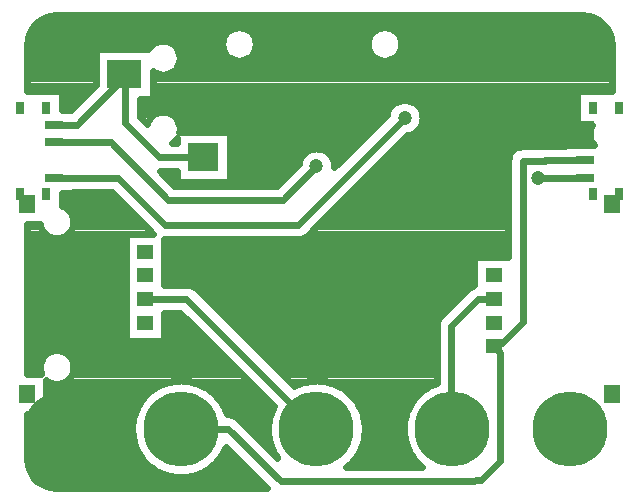
<source format=gbr>
G04 DipTrace 3.3.1.1*
G04 Bottom.gbr*
%MOIN*%
G04 #@! TF.FileFunction,Copper,L2,Bot*
G04 #@! TF.Part,Single*
G04 #@! TA.AperFunction,CopperBalancing*
%ADD14C,0.023622*%
G04 #@! TA.AperFunction,ComponentPad*
%ADD17C,0.25*%
%ADD21R,0.104331X0.094488*%
%ADD22R,0.116142X0.094488*%
%ADD27R,0.059055X0.027559*%
%ADD28R,0.031496X0.03937*%
%ADD29R,0.055118X0.059055*%
%ADD30R,0.055118X0.047244*%
G04 #@! TA.AperFunction,ViaPad*
%ADD33C,0.047244*%
%FSLAX26Y26*%
G04*
G70*
G90*
G75*
G01*
G04 Bottom*
%LPD*%
X1988189Y1062993D2*
D14*
X1936959D1*
X1847638Y973672D1*
Y632678D1*
X1850394Y629923D1*
X944882D2*
X1103887D1*
X1278887Y454923D1*
X1922638D1*
X1928887Y461172D1*
X1947636D1*
X2010138Y523673D1*
Y883564D1*
X1988189Y905513D1*
X2293307Y1525592D2*
X2158219D1*
X2160138Y1523673D1*
X2085138D1*
Y986172D1*
X2016388Y917423D1*
X2000098D1*
X1988189Y905513D1*
X521654Y1584647D2*
X711663D1*
X903887Y1392423D1*
X1285138D1*
X1397638Y1504923D1*
X521654Y1466537D2*
X736024D1*
X891388Y1311172D1*
X1335136D1*
X1691387Y1667423D1*
X2135138Y1467423D2*
X2292421D1*
X2293307Y1466537D1*
X826772Y1062993D2*
X964567D1*
X1397638Y629923D1*
X1020669Y1536173D2*
X872638D1*
X760138Y1648673D1*
Y1808516D1*
X756890Y1811764D1*
X521654Y1643702D2*
X598917D1*
X766979Y1811764D1*
X756890D1*
D33*
X1397638Y1504923D3*
X1691387Y1667423D3*
X2135138Y1467423D3*
X471232Y1985959D2*
D14*
X2343717D1*
X449988Y1962469D2*
X1110306D1*
X1169215D2*
X1594563D1*
X1653472D2*
X2364996D1*
X439115Y1938978D2*
X1087518D1*
X1192001D2*
X1571776D1*
X1676259D2*
X2375833D1*
X434988Y1915487D2*
X855528D1*
X916123D2*
X1081383D1*
X1198138D2*
X1565640D1*
X1682395D2*
X2379996D1*
X433877Y1891996D2*
X660067D1*
X938301D2*
X1085581D1*
X1193940D2*
X1569839D1*
X1678197D2*
X2381108D1*
X433877Y1868505D2*
X660067D1*
X944220D2*
X1103811D1*
X1175710D2*
X1588067D1*
X1659967D2*
X2381108D1*
X433877Y1845014D2*
X660067D1*
X939807D2*
X2381108D1*
X433877Y1821524D2*
X660067D1*
X921147D2*
X2381108D1*
X433877Y1798033D2*
X660067D1*
X853685D2*
X2381108D1*
X433877Y1774542D2*
X659241D1*
X853685D2*
X2381108D1*
X550535Y1751051D2*
X635738D1*
X853685D2*
X2264412D1*
X550535Y1727560D2*
X612269D1*
X810696D2*
X2264412D1*
X550535Y1704070D2*
X588765D1*
X810696D2*
X1641535D1*
X1741245D2*
X2264412D1*
X810696Y1680579D2*
X857932D1*
X913719D2*
X1630483D1*
X1752297D2*
X2264412D1*
X937618Y1657088D2*
X1610531D1*
X1752836D2*
X2264412D1*
X944185Y1633597D2*
X1587063D1*
X1743290D2*
X2309340D1*
X1111585Y1610106D2*
X1563559D1*
X1711497D2*
X2305895D1*
X1111585Y1586615D2*
X1540054D1*
X1681102D2*
X2313287D1*
X1111585Y1563125D2*
X1380693D1*
X1414591D2*
X1516587D1*
X1657598D2*
X2055100D1*
X1111585Y1539634D2*
X1346352D1*
X1448932D2*
X1493083D1*
X1634094D2*
X2037302D1*
X1111585Y1516143D2*
X1336340D1*
X1610626D2*
X2034575D1*
X1111585Y1492652D2*
X1314845D1*
X1587122D2*
X2034575D1*
X897643Y1469161D2*
X929772D1*
X1111585D2*
X1291377D1*
X1563654D2*
X2034575D1*
X921147Y1445671D2*
X1267873D1*
X1540150D2*
X2034575D1*
X1516646Y1422180D2*
X2034575D1*
X550535Y1398689D2*
X733343D1*
X1493177D2*
X2034575D1*
X550535Y1375198D2*
X756846D1*
X1469673D2*
X2034575D1*
X580678Y1351707D2*
X780350D1*
X1446169D2*
X2034575D1*
X589434Y1328217D2*
X803819D1*
X1422701D2*
X2034575D1*
X433877Y1304726D2*
X475442D1*
X587533D2*
X827323D1*
X1399197D2*
X2034575D1*
X433877Y1281235D2*
X489474D1*
X573501D2*
X850827D1*
X1375728D2*
X2034575D1*
X433877Y1257744D2*
X760471D1*
X893087D2*
X2034575D1*
X433877Y1234253D2*
X760471D1*
X893087D2*
X2034575D1*
X433877Y1210762D2*
X760471D1*
X893087D2*
X2034575D1*
X433877Y1187272D2*
X760471D1*
X893087D2*
X1921898D1*
X433877Y1163781D2*
X760471D1*
X893087D2*
X1921898D1*
X433877Y1140290D2*
X760471D1*
X893087D2*
X1921898D1*
X433877Y1116799D2*
X760471D1*
X893087D2*
X1921898D1*
X433877Y1093308D2*
X760471D1*
X1004757D2*
X1896780D1*
X433877Y1069818D2*
X760471D1*
X1028262D2*
X1873276D1*
X433877Y1046327D2*
X760471D1*
X1051730D2*
X1849770D1*
X433877Y1022836D2*
X760471D1*
X1075235D2*
X1826303D1*
X433877Y999345D2*
X760471D1*
X893087D2*
X957690D1*
X1098739D2*
X1804486D1*
X433877Y975854D2*
X760471D1*
X893087D2*
X981194D1*
X1122206D2*
X1797129D1*
X433877Y952364D2*
X760471D1*
X893087D2*
X1004698D1*
X1145711D2*
X1797093D1*
X433877Y928873D2*
X760471D1*
X893087D2*
X1028167D1*
X1169215D2*
X1797093D1*
X433877Y905382D2*
X1051671D1*
X1192684D2*
X1797093D1*
X433877Y881891D2*
X496076D1*
X566934D2*
X1075175D1*
X1216188D2*
X1797093D1*
X433877Y858400D2*
X477488D1*
X585522D2*
X1098643D1*
X1239656D2*
X1797093D1*
X433877Y834909D2*
X473110D1*
X589900D2*
X1122147D1*
X1263160D2*
X1797093D1*
X583944Y811419D2*
X1145615D1*
X1286664D2*
X1797093D1*
X561660Y787928D2*
X909713D1*
X980070D2*
X1169119D1*
X1310133D2*
X1362463D1*
X1432820D2*
X1797093D1*
X499365Y764437D2*
X853374D1*
X1036408D2*
X1192623D1*
X1489159D2*
X1758877D1*
X499365Y740946D2*
X825385D1*
X1064361D2*
X1216092D1*
X1517112D2*
X1730923D1*
X499365Y717455D2*
X806941D1*
X1082806D2*
X1239596D1*
X1535592D2*
X1712442D1*
X499365Y693965D2*
X794381D1*
X1095365D2*
X1247131D1*
X1548115D2*
X1699919D1*
X433877Y670474D2*
X786307D1*
X1132290D2*
X1239058D1*
X1556190D2*
X1691845D1*
X433877Y646983D2*
X782037D1*
X1157337D2*
X1234787D1*
X1560461D2*
X1687575D1*
X433877Y623492D2*
X781283D1*
X1180841D2*
X1234034D1*
X1561249D2*
X1686785D1*
X433877Y600001D2*
X783938D1*
X1204310D2*
X1236689D1*
X1558594D2*
X1689441D1*
X433877Y576510D2*
X790255D1*
X1227814D2*
X1243005D1*
X1552278D2*
X1695756D1*
X433877Y553020D2*
X800661D1*
X1089122D2*
X1110269D1*
X1541873D2*
X1706163D1*
X434450Y529529D2*
X816163D1*
X1073584D2*
X1133774D1*
X1526335D2*
X1721701D1*
X437537Y506038D2*
X839093D1*
X1050654D2*
X1157241D1*
X1503404D2*
X1744630D1*
X447189Y482547D2*
X876772D1*
X1013010D2*
X1180747D1*
X465921Y459056D2*
X1204251D1*
X507223Y435566D2*
X1227718D1*
X1094953Y570752D2*
X1089814Y558946D1*
X1085541Y550815D1*
X1080812Y542941D1*
X1075643Y535348D1*
X1070050Y528062D1*
X1064052Y521105D1*
X1057668Y514501D1*
X1050919Y508272D1*
X1043825Y502436D1*
X1036412Y497013D1*
X1028702Y492021D1*
X1020720Y487475D1*
X1012493Y483391D1*
X1004047Y479782D1*
X995409Y476659D1*
X986608Y474033D1*
X977672Y471911D1*
X968629Y470302D1*
X959509Y469209D1*
X950341Y468636D1*
X941156Y468588D1*
X931983Y469060D1*
X922852Y470055D1*
X913793Y471568D1*
X904833Y473593D1*
X896004Y476125D1*
X887333Y479155D1*
X878849Y482673D1*
X870577Y486668D1*
X862549Y491127D1*
X854785Y496037D1*
X847314Y501379D1*
X840159Y507139D1*
X833343Y513295D1*
X826887Y519831D1*
X820815Y526722D1*
X815144Y533948D1*
X809895Y541484D1*
X805081Y549308D1*
X800722Y557392D1*
X796828Y565711D1*
X793415Y574239D1*
X790492Y582946D1*
X788070Y591806D1*
X786155Y600790D1*
X784755Y609867D1*
X783873Y619010D1*
X783513Y628188D1*
X783676Y637371D1*
X784361Y646531D1*
X785566Y655636D1*
X787287Y664660D1*
X789518Y673570D1*
X792253Y682339D1*
X795483Y690937D1*
X799196Y699337D1*
X803382Y707514D1*
X808025Y715438D1*
X813112Y723087D1*
X818626Y730433D1*
X824549Y737453D1*
X830861Y744125D1*
X837543Y750427D1*
X844573Y756339D1*
X851928Y761841D1*
X859584Y766916D1*
X867516Y771547D1*
X875699Y775719D1*
X884106Y779419D1*
X892710Y782634D1*
X901483Y785356D1*
X910396Y787572D1*
X919421Y789280D1*
X928529Y790470D1*
X937689Y791140D1*
X946873Y791289D1*
X956051Y790913D1*
X965192Y790017D1*
X974268Y788602D1*
X983248Y786673D1*
X992104Y784238D1*
X1000807Y781301D1*
X1009329Y777874D1*
X1017642Y773967D1*
X1025719Y769594D1*
X1033534Y764769D1*
X1041063Y759507D1*
X1048280Y753824D1*
X1055161Y747741D1*
X1061686Y741276D1*
X1067832Y734450D1*
X1073580Y727286D1*
X1078911Y719806D1*
X1083807Y712035D1*
X1088255Y703999D1*
X1092236Y695722D1*
X1095741Y687231D1*
X1098886Y678106D1*
X1107668Y677963D1*
X1115136Y676780D1*
X1122328Y674444D1*
X1129066Y671010D1*
X1135184Y666566D1*
X1157449Y644510D1*
X1267597Y534362D1*
X1262651Y541484D1*
X1257837Y549308D1*
X1253478Y557392D1*
X1249584Y565711D1*
X1246171Y574239D1*
X1243248Y582946D1*
X1240825Y591806D1*
X1238911Y600790D1*
X1237510Y609867D1*
X1236629Y619010D1*
X1236269Y628188D1*
X1236432Y637371D1*
X1237117Y646531D1*
X1238322Y655636D1*
X1240043Y664660D1*
X1242274Y673570D1*
X1245009Y682339D1*
X1248239Y690937D1*
X1254715Y704735D1*
X944614Y1014797D1*
X890681Y1014804D1*
X890709Y924253D1*
X762835D1*
Y1280474D1*
X853945D1*
X716056Y1418354D1*
X587571Y1418348D1*
X587559Y1416379D1*
X548194D1*
X548189Y1374362D1*
X552950Y1372663D1*
X560789Y1368669D1*
X567906Y1363499D1*
X574127Y1357277D1*
X579298Y1350160D1*
X583291Y1342322D1*
X586010Y1333955D1*
X587386Y1325266D1*
Y1316469D1*
X586010Y1307780D1*
X583291Y1299413D1*
X579298Y1291575D1*
X574127Y1284458D1*
X567906Y1278236D1*
X560789Y1273066D1*
X552950Y1269072D1*
X544584Y1266353D1*
X535895Y1264978D1*
X527097D1*
X518408Y1266353D1*
X510042Y1269072D1*
X502203Y1273066D1*
X495087Y1278236D1*
X488865Y1284458D1*
X483694Y1291575D1*
X479701Y1299413D1*
X476982Y1307780D1*
X475895Y1314026D1*
X431520Y1314017D1*
X431496Y811951D1*
X481129Y811970D1*
X478177Y819291D1*
X476123Y827845D1*
X475433Y836615D1*
X476123Y845386D1*
X478177Y853940D1*
X481543Y862067D1*
X486140Y869568D1*
X491853Y876259D1*
X498543Y881971D1*
X506045Y886568D1*
X514172Y889934D1*
X522726Y891988D1*
X531496Y892678D1*
X540266Y891988D1*
X548820Y889934D1*
X556948Y886568D1*
X564449Y881971D1*
X571139Y876259D1*
X576852Y869568D1*
X581449Y862067D1*
X584815Y853940D1*
X586869Y845386D1*
X587559Y836615D1*
X586869Y827845D1*
X584815Y819291D1*
X581449Y811164D1*
X576852Y803663D1*
X571139Y796972D1*
X564449Y791260D1*
X556948Y786663D1*
X548820Y783297D1*
X540266Y781243D1*
X531496Y780552D1*
X522726Y781243D1*
X514172Y783297D1*
X506045Y786663D1*
X498543Y791260D1*
X497017Y792462D1*
X497008Y680159D1*
X431520D1*
X431496Y533991D1*
X435218Y505699D1*
X445177Y481659D1*
X461018Y461016D1*
X481663Y445176D1*
X505703Y435218D1*
X533965Y431499D1*
X1234197Y431497D1*
X1094979Y570681D1*
X1558755Y620741D2*
X1557971Y611589D1*
X1556668Y602497D1*
X1554850Y593493D1*
X1552524Y584609D1*
X1549694Y575870D1*
X1546373Y567306D1*
X1542570Y558946D1*
X1538297Y550815D1*
X1533568Y542941D1*
X1528399Y535348D1*
X1522806Y528062D1*
X1516808Y521105D1*
X1510424Y514501D1*
X1503675Y508272D1*
X1497386Y503097D1*
X1750585Y503112D1*
X1738854Y513295D1*
X1732399Y519831D1*
X1726327Y526722D1*
X1720656Y533948D1*
X1715407Y541484D1*
X1710593Y549308D1*
X1706234Y557392D1*
X1702340Y565711D1*
X1698927Y574239D1*
X1696004Y582946D1*
X1693581Y591806D1*
X1691667Y600790D1*
X1690266Y609867D1*
X1689385Y619010D1*
X1689025Y628188D1*
X1689188Y637371D1*
X1689873Y646531D1*
X1691077Y655636D1*
X1692799Y664660D1*
X1695030Y673570D1*
X1697765Y682339D1*
X1700995Y690937D1*
X1704707Y699337D1*
X1708894Y707514D1*
X1713537Y715438D1*
X1718623Y723087D1*
X1724138Y730433D1*
X1730060Y737453D1*
X1736373Y744125D1*
X1743055Y750427D1*
X1750085Y756339D1*
X1757440Y761841D1*
X1765096Y766916D1*
X1773028Y771547D1*
X1781211Y775719D1*
X1789618Y779419D1*
X1799421Y783007D1*
X1799597Y977453D1*
X1800781Y984921D1*
X1803117Y992113D1*
X1806550Y998850D1*
X1810995Y1004969D1*
X1833050Y1027234D1*
X1905663Y1099636D1*
X1911781Y1104081D1*
X1918518Y1107514D1*
X1922083Y1108828D1*
X1924252Y1113230D1*
Y1201734D1*
X2036965D1*
X2037097Y1527454D1*
X2038281Y1534923D1*
X2040617Y1542114D1*
X2044050Y1548852D1*
X2048495Y1554970D1*
X2053841Y1560316D1*
X2059959Y1564761D1*
X2066697Y1568194D1*
X2073888Y1570530D1*
X2081357Y1571714D1*
X2112697Y1571862D1*
X2144741D1*
X2150681Y1573188D1*
X2158234Y1573781D1*
X2227367D1*
X2227402Y1575749D1*
X2323954Y1575924D1*
X2318441Y1582378D1*
X2314007Y1589617D1*
X2310757Y1597458D1*
X2308776Y1605713D1*
X2308110Y1614175D1*
X2308776Y1622636D1*
X2310757Y1630891D1*
X2314007Y1638732D1*
X2316294Y1642756D1*
X2266772Y1642757D1*
Y1754883D1*
X2383465Y1754984D1*
Y1906957D1*
X2379743Y1935248D1*
X2369783Y1959289D1*
X2353944Y1979930D1*
X2333301Y1995772D1*
X2309260Y2005727D1*
X2280997Y2009448D1*
X533976Y2009450D1*
X505698Y2005727D1*
X481657Y1995769D1*
X461013Y1979928D1*
X445176Y1959286D1*
X435218Y1935244D1*
X431499Y1906982D1*
X431497Y1754916D1*
X548189Y1754883D1*
Y1693844D1*
X580948Y1693860D1*
X662457Y1775391D1*
X662441Y1895386D1*
X837520D1*
X843196Y1903291D1*
X849417Y1909513D1*
X856534Y1914684D1*
X864373Y1918677D1*
X872739Y1921396D1*
X881428Y1922772D1*
X890226D1*
X898915Y1921396D1*
X907281Y1918677D1*
X915119Y1914684D1*
X922236Y1909513D1*
X928458Y1903291D1*
X933629Y1896175D1*
X937622Y1888336D1*
X940341Y1879970D1*
X941717Y1871281D1*
Y1862483D1*
X940341Y1853794D1*
X937622Y1845428D1*
X933629Y1837589D1*
X928458Y1830472D1*
X922236Y1824251D1*
X915119Y1819080D1*
X907281Y1815087D1*
X898915Y1812367D1*
X890226Y1810992D1*
X881428D1*
X872739Y1812367D1*
X864373Y1815087D1*
X856534Y1819080D1*
X851348Y1822728D1*
X851339Y1728142D1*
X808314D1*
X808327Y1668604D1*
X831690Y1645270D1*
X834031Y1652115D1*
X838025Y1659954D1*
X843196Y1667071D1*
X849417Y1673293D1*
X856534Y1678463D1*
X864373Y1682457D1*
X872739Y1685176D1*
X881428Y1686551D1*
X890226D1*
X898915Y1685176D1*
X907281Y1682457D1*
X915119Y1678463D1*
X922236Y1673293D1*
X928458Y1667071D1*
X933629Y1659954D1*
X937622Y1652115D1*
X940341Y1643749D1*
X941717Y1635060D1*
Y1626262D1*
X940781Y1619783D1*
X1109213Y1619795D1*
Y1452551D1*
X932126D1*
Y1487969D1*
X876450Y1487984D1*
X923837Y1440622D1*
X1265205Y1440612D1*
X1338273Y1513707D1*
X1340575Y1523463D1*
X1344177Y1532161D1*
X1349097Y1540190D1*
X1355211Y1547349D1*
X1362370Y1553463D1*
X1370399Y1558383D1*
X1379097Y1561986D1*
X1388252Y1564184D1*
X1397638Y1564923D1*
X1407024Y1564184D1*
X1416178Y1561986D1*
X1424877Y1558383D1*
X1432906Y1553463D1*
X1440064Y1547349D1*
X1446178Y1540190D1*
X1451098Y1532161D1*
X1454701Y1523463D1*
X1456899Y1514308D1*
X1457638Y1504923D1*
X1457512Y1501705D1*
X1632014Y1676199D1*
X1634324Y1685963D1*
X1637927Y1694661D1*
X1642846Y1702690D1*
X1648961Y1709849D1*
X1656119Y1715963D1*
X1664148Y1720883D1*
X1672846Y1724486D1*
X1682001Y1726684D1*
X1691387Y1727423D1*
X1700773Y1726684D1*
X1709928Y1724486D1*
X1718626Y1720883D1*
X1726655Y1715963D1*
X1733814Y1709849D1*
X1739928Y1702690D1*
X1744848Y1694661D1*
X1748450Y1685963D1*
X1750648Y1676808D1*
X1751387Y1667423D1*
X1750648Y1658037D1*
X1748450Y1648882D1*
X1744848Y1640184D1*
X1739928Y1632155D1*
X1733814Y1624996D1*
X1726655Y1618882D1*
X1718626Y1613962D1*
X1709928Y1610360D1*
X1700773Y1608161D1*
X1700206Y1608094D1*
X1366433Y1274529D1*
X1360315Y1270084D1*
X1353577Y1266651D1*
X1346386Y1264315D1*
X1338917Y1263131D1*
X1307577Y1262983D1*
X891374D1*
X890709Y1262101D1*
Y1111198D1*
X968348Y1111034D1*
X975816Y1109852D1*
X983008Y1107514D1*
X989745Y1104081D1*
X995864Y1099636D1*
X1018129Y1077581D1*
X1322794Y772916D1*
X1336862Y779419D1*
X1345466Y782634D1*
X1354239Y785356D1*
X1363152Y787572D1*
X1372177Y789280D1*
X1381285Y790470D1*
X1390445Y791140D1*
X1399629Y791289D1*
X1408807Y790913D1*
X1417948Y790017D1*
X1427024Y788602D1*
X1436004Y786673D1*
X1444860Y784238D1*
X1453563Y781301D1*
X1462085Y777874D1*
X1470398Y773967D1*
X1478475Y769594D1*
X1486290Y764769D1*
X1493819Y759507D1*
X1501035Y753824D1*
X1507917Y747741D1*
X1514442Y741276D1*
X1520588Y734450D1*
X1526336Y727286D1*
X1531667Y719806D1*
X1536563Y712035D1*
X1541010Y703999D1*
X1544992Y695722D1*
X1548497Y687231D1*
X1551513Y678555D1*
X1554031Y669722D1*
X1556042Y660760D1*
X1557539Y651698D1*
X1558520Y642564D1*
X1559016Y629923D1*
X1558755Y620741D1*
X932126Y1584354D2*
Y1599067D1*
X928458Y1594252D1*
X922236Y1588030D1*
X917365Y1584360D1*
X932098Y1584362D1*
X1195654Y1908988D2*
X1194278Y1900299D1*
X1191559Y1891933D1*
X1187566Y1884094D1*
X1182395Y1876978D1*
X1176173Y1870756D1*
X1169056Y1865585D1*
X1161218Y1861592D1*
X1152852Y1858873D1*
X1144163Y1857497D1*
X1135365D1*
X1126676Y1858873D1*
X1118310Y1861592D1*
X1110471Y1865585D1*
X1103354Y1870756D1*
X1097133Y1876978D1*
X1091962Y1884094D1*
X1087969Y1891933D1*
X1085249Y1900299D1*
X1083874Y1908988D1*
Y1917786D1*
X1085249Y1926475D1*
X1087969Y1934841D1*
X1091962Y1942680D1*
X1097133Y1949797D1*
X1103354Y1956018D1*
X1110471Y1961189D1*
X1118310Y1965182D1*
X1126676Y1967902D1*
X1135365Y1969277D1*
X1144163D1*
X1152852Y1967902D1*
X1161218Y1965182D1*
X1169056Y1961189D1*
X1176173Y1956018D1*
X1182395Y1949797D1*
X1187566Y1942680D1*
X1191559Y1934841D1*
X1194278Y1926475D1*
X1195654Y1917786D1*
Y1908988D1*
X1679906D2*
X1678530Y1900299D1*
X1675811Y1891933D1*
X1671818Y1884094D1*
X1666647Y1876978D1*
X1660425Y1870756D1*
X1653308Y1865585D1*
X1645470Y1861592D1*
X1637104Y1858873D1*
X1628415Y1857497D1*
X1619617D1*
X1610928Y1858873D1*
X1602562Y1861592D1*
X1594723Y1865585D1*
X1587606Y1870756D1*
X1581385Y1876978D1*
X1576214Y1884094D1*
X1572220Y1891933D1*
X1569501Y1900299D1*
X1568126Y1908988D1*
Y1917786D1*
X1569501Y1926475D1*
X1572220Y1934841D1*
X1576214Y1942680D1*
X1581385Y1949797D1*
X1587606Y1956018D1*
X1594723Y1961189D1*
X1602562Y1965182D1*
X1610928Y1967902D1*
X1619617Y1969277D1*
X1628415D1*
X1637104Y1967902D1*
X1645470Y1965182D1*
X1653308Y1961189D1*
X1660425Y1956018D1*
X1666647Y1949797D1*
X1671818Y1942680D1*
X1675811Y1934841D1*
X1678530Y1926475D1*
X1679906Y1917786D1*
Y1908988D1*
D17*
X551181Y629923D3*
X944882D3*
X1397638D3*
X1850394D3*
X2244094D3*
D21*
X1020669Y1536173D3*
D22*
X756890Y1811764D3*
X1014764Y1918063D3*
D27*
X2293307Y1643702D3*
Y1525592D3*
Y1466537D3*
D28*
X2318898Y1698820D3*
X2405512D3*
X2318898Y1411419D3*
X2405512D3*
D27*
X521654Y1466537D3*
Y1584647D3*
Y1643702D3*
D28*
X496063Y1411419D3*
X409449D3*
X496063Y1698820D3*
X409449D3*
D29*
X2381890Y1379923D3*
Y746064D3*
D30*
X1988189Y1062993D3*
Y1141734D3*
Y984253D3*
Y905513D3*
Y1220474D3*
D29*
X433071Y746064D3*
Y1379923D3*
D30*
X826772Y1062993D3*
Y984253D3*
Y1141734D3*
Y1220474D3*
Y905513D3*
M02*

</source>
